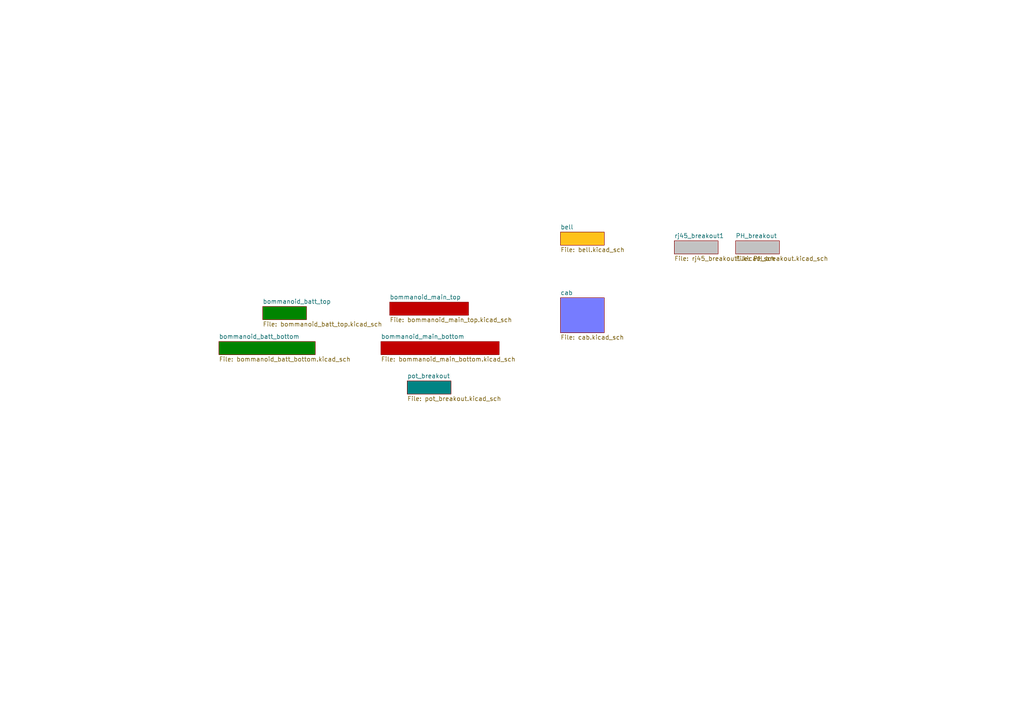
<source format=kicad_sch>
(kicad_sch (version 20211123) (generator eeschema)
  (paper "A4")
  (lib_symbols)
  (sheet (at 113.03 87.63) (size 22.86 3.81) (stroke (width 0.1524)) (fill (color 194 0 0 1.0000))
    (property "Sheet name" "bommanoid_main_top" (at 113.03 86.9184 0) (effects (justify left bottom)))
    (property "Sheet file" "bommanoid_main_top.kicad_sch" (at 113.03 92.0246 0) (effects (justify left top)))
  )
  (sheet (at 76.2 88.9) (size 12.7 3.81) (stroke (width 0.1524)) (fill (color 0 132 0 1.0000))
    (property "Sheet name" "bommanoid_batt_top" (at 76.2 88.1884 0) (effects (justify left bottom)))
    (property "Sheet file" "bommanoid_batt_top.kicad_sch" (at 76.2 93.2946 0) (effects (justify left top)))
  )
  (sheet (at 110.49 99.06) (size 34.29 3.81) (stroke (width 0.1524)) (fill (color 194 0 0 1.0000))
    (property "Sheet name" "bommanoid_main_bottom" (at 110.49 98.3484 0) (effects (justify left bottom)))
    (property "Sheet file" "bommanoid_main_bottom.kicad_sch" (at 110.49 103.4546 0) (effects (justify left top)))
  )
  (sheet (at 118.11 110.49) (size 12.7 3.81) (stroke (width 0.1524)) (fill (color 0 132 132 1.0000))
    (property "Sheet name" "pot_breakout" (at 118.11 109.7784 0) (effects (justify left bottom)))
    (property "Sheet file" "pot_breakout.kicad_sch" (at 118.11 114.8846 0) (effects (justify left top)))
  )
  (sheet (at 195.58 69.85) (size 12.7 3.81) (stroke (width 0.1524)) (fill (color 194 194 194 1.0000))
    (property "Sheet name" "rj45_breakout1" (at 195.58 69.1384 0) (effects (justify left bottom)))
    (property "Sheet file" "rj45_breakout1.kicad_sch" (at 195.58 74.2446 0) (effects (justify left top)))
  )
  (sheet (at 63.5 99.06) (size 27.94 3.81) (stroke (width 0.1524)) (fill (color 0 132 0 1.0000))
    (property "Sheet name" "bommanoid_batt_bottom" (at 63.5 98.3484 0) (effects (justify left bottom)))
    (property "Sheet file" "bommanoid_batt_bottom.kicad_sch" (at 63.5 103.4546 0) (effects (justify left top)))
  )
  (sheet (at 162.56 67.31) (size 12.7 3.81) (stroke (width 0.1524)) (fill (color 255 194 25 1.0000))
    (property "Sheet name" "bell" (at 162.56 66.5984 0) (effects (justify left bottom)))
    (property "Sheet file" "bell.kicad_sch" (at 162.56 71.7046 0) (effects (justify left top)))
  )
  (sheet (at 162.56 86.36) (size 12.7 10.16) (stroke (width 0.1524)) (fill (color 118 124 255 1.0000))
    (property "Sheet name" "cab" (at 162.56 85.6484 0) (effects (justify left bottom)))
    (property "Sheet file" "cab.kicad_sch" (at 162.56 97.1046 0) (effects (justify left top)))
  )
  (sheet (at 213.36 69.85) (size 12.7 3.81) (stroke (width 0.1524)) (fill (color 194 194 194 1.0000))
    (property "Sheet name" "PH_breakout" (at 213.36 69.1384 0) (effects (justify left bottom)))
    (property "Sheet file" "PH_breakout.kicad_sch" (at 213.36 74.2446 0) (effects (justify left top)))
  )
)
</source>
